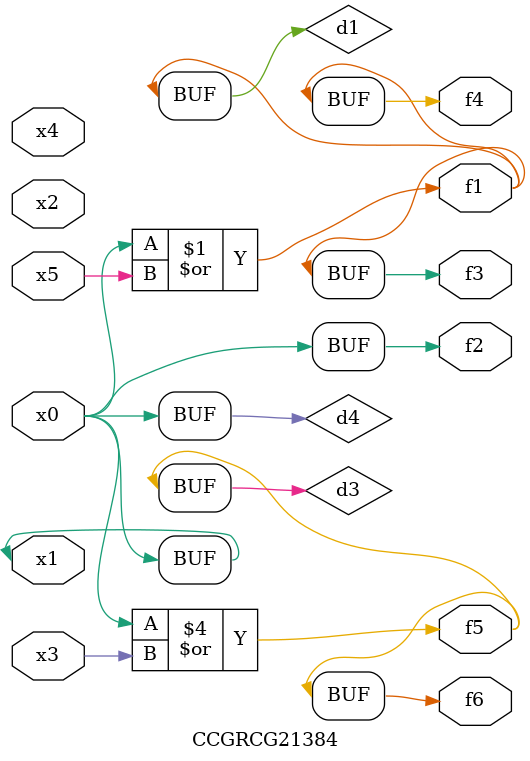
<source format=v>
module CCGRCG21384(
	input x0, x1, x2, x3, x4, x5,
	output f1, f2, f3, f4, f5, f6
);

	wire d1, d2, d3, d4;

	or (d1, x0, x5);
	xnor (d2, x1, x4);
	or (d3, x0, x3);
	buf (d4, x0, x1);
	assign f1 = d1;
	assign f2 = d4;
	assign f3 = d1;
	assign f4 = d1;
	assign f5 = d3;
	assign f6 = d3;
endmodule

</source>
